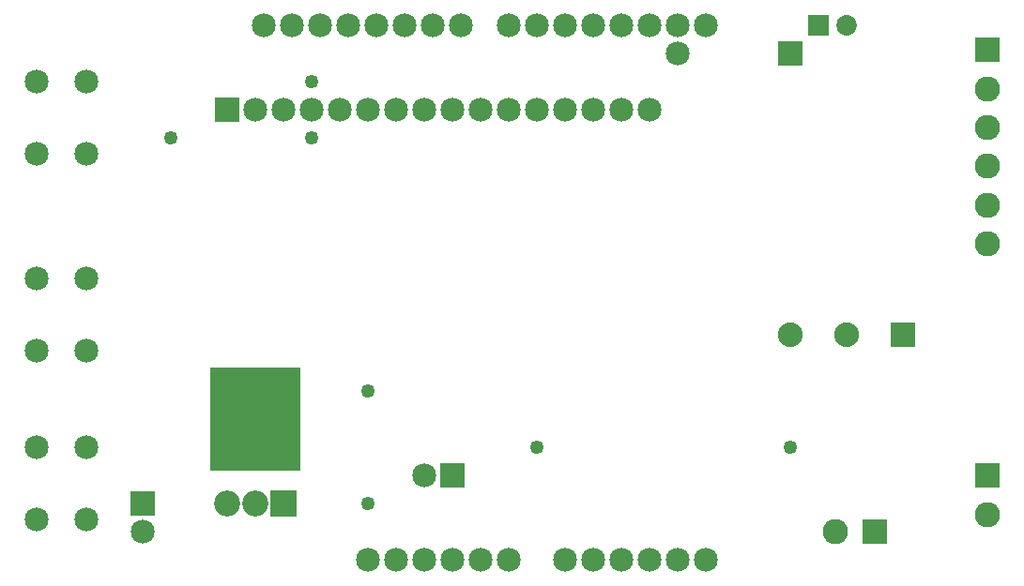
<source format=gbs>
G04 MADE WITH FRITZING*
G04 WWW.FRITZING.ORG*
G04 DOUBLE SIDED*
G04 HOLES PLATED*
G04 CONTOUR ON CENTER OF CONTOUR VECTOR*
%ASAXBY*%
%FSLAX23Y23*%
%MOIN*%
%OFA0B0*%
%SFA1.0B1.0*%
%ADD10C,0.085000*%
%ADD11C,0.090000*%
%ADD12C,0.088000*%
%ADD13C,0.092000*%
%ADD14C,0.049370*%
%ADD15C,0.072992*%
%ADD16R,0.090000X0.090000*%
%ADD17R,0.088000X0.088000*%
%ADD18R,0.092000X0.092000*%
%ADD19R,0.085000X0.085000*%
%ADD20R,0.321111X0.365556*%
%ADD21R,0.072992X0.072992*%
%LNMASK0*%
G90*
G70*
G54D10*
X101Y1561D03*
X101Y1817D03*
X278Y1561D03*
X278Y1817D03*
X101Y261D03*
X101Y517D03*
X278Y261D03*
X278Y517D03*
X101Y861D03*
X101Y1117D03*
X278Y861D03*
X278Y1117D03*
G54D11*
X3478Y1931D03*
X3478Y1793D03*
X3478Y1655D03*
X3478Y1517D03*
X3478Y1379D03*
X3478Y1242D03*
X3478Y417D03*
X3478Y279D03*
X3078Y217D03*
X2940Y217D03*
G54D12*
X3178Y917D03*
X2978Y917D03*
X2778Y917D03*
G54D13*
X978Y317D03*
X878Y317D03*
X778Y317D03*
G54D10*
X478Y317D03*
X478Y217D03*
X1578Y417D03*
X1478Y417D03*
G54D14*
X2779Y517D03*
X1877Y517D03*
X1278Y718D03*
X1278Y318D03*
G54D15*
X2879Y2017D03*
X2978Y2017D03*
G54D10*
X2778Y1917D03*
X2378Y1917D03*
G54D14*
X1078Y1817D03*
X578Y1617D03*
X1078Y1617D03*
G54D10*
X908Y2017D03*
X1008Y2017D03*
X1108Y2017D03*
X1208Y2017D03*
X1308Y2017D03*
X1408Y2017D03*
X1508Y2017D03*
X1608Y2017D03*
X1778Y2017D03*
X1878Y2017D03*
X1978Y2017D03*
X2078Y2017D03*
X2178Y2017D03*
X2278Y2017D03*
X2378Y2017D03*
X2478Y2017D03*
X1278Y117D03*
X1378Y117D03*
X1478Y117D03*
X1578Y117D03*
X1678Y117D03*
X1778Y117D03*
X1978Y117D03*
X2078Y117D03*
X2178Y117D03*
X2278Y117D03*
X2378Y117D03*
X2478Y117D03*
X778Y1717D03*
X878Y1717D03*
X978Y1717D03*
X1078Y1717D03*
X1178Y1717D03*
X1278Y1717D03*
X1378Y1717D03*
X1478Y1717D03*
X1578Y1717D03*
X1678Y1717D03*
X1778Y1717D03*
X1878Y1717D03*
X1978Y1717D03*
X2078Y1717D03*
X2178Y1717D03*
X2278Y1717D03*
G54D16*
X3478Y1931D03*
X3478Y417D03*
X3078Y217D03*
G54D17*
X3178Y917D03*
G54D18*
X978Y317D03*
G54D19*
X478Y317D03*
X1578Y417D03*
G54D20*
X878Y617D03*
X878Y617D03*
G54D21*
X2879Y2017D03*
G54D19*
X2778Y1917D03*
X777Y1718D03*
G04 End of Mask0*
M02*
</source>
